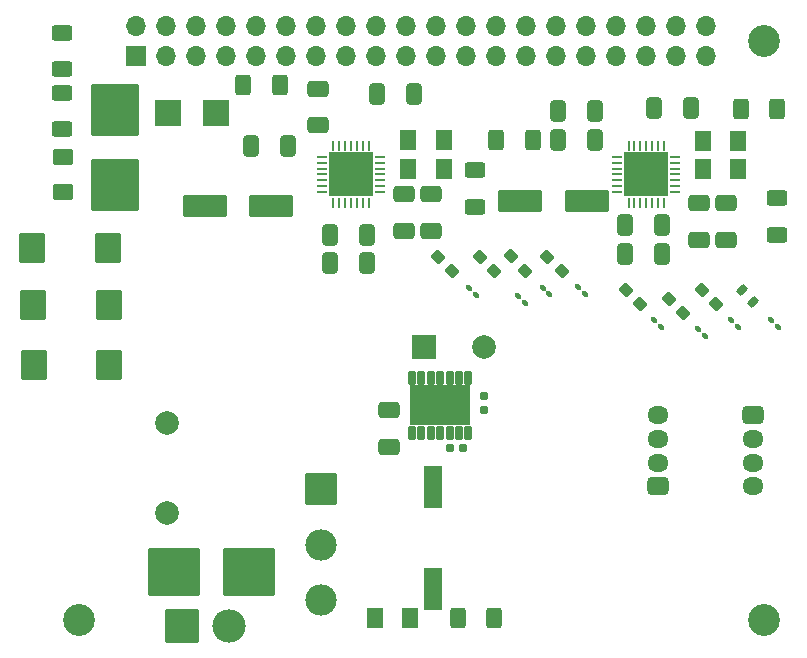
<source format=gts>
G04 #@! TF.GenerationSoftware,KiCad,Pcbnew,9.0.2*
G04 #@! TF.CreationDate,2025-10-25T21:31:50-05:00*
G04 #@! TF.ProjectId,telescope_driver,74656c65-7363-46f7-9065-5f6472697665,rev?*
G04 #@! TF.SameCoordinates,Original*
G04 #@! TF.FileFunction,Soldermask,Top*
G04 #@! TF.FilePolarity,Negative*
%FSLAX46Y46*%
G04 Gerber Fmt 4.6, Leading zero omitted, Abs format (unit mm)*
G04 Created by KiCad (PCBNEW 9.0.2) date 2025-10-25 21:31:50*
%MOMM*%
%LPD*%
G01*
G04 APERTURE LIST*
G04 Aperture macros list*
%AMRoundRect*
0 Rectangle with rounded corners*
0 $1 Rounding radius*
0 $2 $3 $4 $5 $6 $7 $8 $9 X,Y pos of 4 corners*
0 Add a 4 corners polygon primitive as box body*
4,1,4,$2,$3,$4,$5,$6,$7,$8,$9,$2,$3,0*
0 Add four circle primitives for the rounded corners*
1,1,$1+$1,$2,$3*
1,1,$1+$1,$4,$5*
1,1,$1+$1,$6,$7*
1,1,$1+$1,$8,$9*
0 Add four rect primitives between the rounded corners*
20,1,$1+$1,$2,$3,$4,$5,0*
20,1,$1+$1,$4,$5,$6,$7,0*
20,1,$1+$1,$6,$7,$8,$9,0*
20,1,$1+$1,$8,$9,$2,$3,0*%
G04 Aperture macros list end*
%ADD10RoundRect,0.312500X0.587500X-0.437500X0.587500X0.437500X-0.587500X0.437500X-0.587500X-0.437500X0*%
%ADD11O,1.800000X1.500000*%
%ADD12RoundRect,0.102000X0.228600X-0.508000X0.228600X0.508000X-0.228600X0.508000X-0.228600X-0.508000X0*%
%ADD13RoundRect,0.102000X2.476350X-1.575500X2.476350X1.575500X-2.476350X1.575500X-2.476350X-1.575500X0*%
%ADD14C,2.700000*%
%ADD15RoundRect,0.237500X-0.380070X0.044194X0.044194X-0.380070X0.380070X-0.044194X-0.044194X0.380070X0*%
%ADD16R,2.000000X2.000000*%
%ADD17C,2.000000*%
%ADD18RoundRect,0.155000X-0.212500X-0.155000X0.212500X-0.155000X0.212500X0.155000X-0.212500X0.155000X0*%
%ADD19RoundRect,0.250000X-0.412500X-0.650000X0.412500X-0.650000X0.412500X0.650000X-0.412500X0.650000X0*%
%ADD20RoundRect,0.250001X0.872499X1.044999X-0.872499X1.044999X-0.872499X-1.044999X0.872499X-1.044999X0*%
%ADD21RoundRect,0.250000X-0.650000X0.412500X-0.650000X-0.412500X0.650000X-0.412500X0.650000X0.412500X0*%
%ADD22RoundRect,0.155000X0.155000X-0.212500X0.155000X0.212500X-0.155000X0.212500X-0.155000X-0.212500X0*%
%ADD23RoundRect,0.100000X0.224506X-0.083085X-0.083085X0.224506X-0.224506X0.083085X0.083085X-0.224506X0*%
%ADD24RoundRect,0.250001X0.462499X0.624999X-0.462499X0.624999X-0.462499X-0.624999X0.462499X-0.624999X0*%
%ADD25RoundRect,0.250000X0.412500X0.650000X-0.412500X0.650000X-0.412500X-0.650000X0.412500X-0.650000X0*%
%ADD26RoundRect,0.250001X-0.624999X0.462499X-0.624999X-0.462499X0.624999X-0.462499X0.624999X0.462499X0*%
%ADD27RoundRect,0.102000X-1.225000X-1.225000X1.225000X-1.225000X1.225000X1.225000X-1.225000X1.225000X0*%
%ADD28C,2.654000*%
%ADD29RoundRect,0.250000X-0.625000X0.400000X-0.625000X-0.400000X0.625000X-0.400000X0.625000X0.400000X0*%
%ADD30RoundRect,0.312500X-0.587500X0.437500X-0.587500X-0.437500X0.587500X-0.437500X0.587500X0.437500X0*%
%ADD31RoundRect,0.250000X-0.400000X-0.625000X0.400000X-0.625000X0.400000X0.625000X-0.400000X0.625000X0*%
%ADD32RoundRect,0.062500X0.062500X-0.337500X0.062500X0.337500X-0.062500X0.337500X-0.062500X-0.337500X0*%
%ADD33RoundRect,0.062500X0.337500X-0.062500X0.337500X0.062500X-0.337500X0.062500X-0.337500X-0.062500X0*%
%ADD34R,3.700000X3.700000*%
%ADD35RoundRect,0.102000X-1.312500X-1.312500X1.312500X-1.312500X1.312500X1.312500X-1.312500X1.312500X0*%
%ADD36C,2.829000*%
%ADD37RoundRect,0.102000X-1.750000X-0.800000X1.750000X-0.800000X1.750000X0.800000X-1.750000X0.800000X0*%
%ADD38R,2.209800X2.260600*%
%ADD39RoundRect,0.168750X-0.335875X-0.097228X-0.097228X-0.335875X0.335875X0.097228X0.097228X0.335875X0*%
%ADD40R,1.498600X3.606800*%
%ADD41RoundRect,0.250000X0.650000X-0.412500X0.650000X0.412500X-0.650000X0.412500X-0.650000X-0.412500X0*%
%ADD42RoundRect,0.102000X-2.120900X-1.905000X2.120900X-1.905000X2.120900X1.905000X-2.120900X1.905000X0*%
%ADD43RoundRect,0.250000X0.400000X0.625000X-0.400000X0.625000X-0.400000X-0.625000X0.400000X-0.625000X0*%
%ADD44RoundRect,0.250000X0.625000X-0.400000X0.625000X0.400000X-0.625000X0.400000X-0.625000X-0.400000X0*%
%ADD45RoundRect,0.102000X-1.905000X2.120900X-1.905000X-2.120900X1.905000X-2.120900X1.905000X2.120900X0*%
%ADD46R,1.700000X1.700000*%
%ADD47O,1.700000X1.700000*%
G04 APERTURE END LIST*
D10*
X152550000Y-85200000D03*
D11*
X152550000Y-83200000D03*
X152550000Y-81200000D03*
X152550000Y-79200000D03*
D12*
X131724800Y-80673600D03*
X132512200Y-80673600D03*
X133325000Y-80673600D03*
X134112400Y-80673600D03*
X134899800Y-80673600D03*
X135712600Y-80673600D03*
X136500000Y-80673600D03*
X136500000Y-76000000D03*
X135712600Y-76000000D03*
X134899800Y-76000000D03*
X134112400Y-76000000D03*
X133325000Y-76000000D03*
X132512200Y-76000000D03*
X131724800Y-76000000D03*
D13*
X134112400Y-78336800D03*
D14*
X161500000Y-47500000D03*
D15*
X143190120Y-65790120D03*
X144409880Y-67009880D03*
D16*
X132710000Y-73450000D03*
D17*
X137790000Y-73450000D03*
X111000000Y-79850000D03*
X111000000Y-87470000D03*
D18*
X134932500Y-82000000D03*
X136067500Y-82000000D03*
D19*
X118125000Y-56350000D03*
X121250000Y-56350000D03*
D20*
X106000000Y-65050000D03*
X99585000Y-65050000D03*
D21*
X123800000Y-51525000D03*
X123800000Y-54650000D03*
D22*
X137800000Y-78735000D03*
X137800000Y-77600000D03*
D19*
X144107500Y-55860000D03*
X147232500Y-55860000D03*
D23*
X152788146Y-71688146D03*
X152211854Y-71111854D03*
D24*
X159337500Y-58380000D03*
X156362500Y-58380000D03*
D25*
X152852500Y-63090000D03*
X149727500Y-63090000D03*
D26*
X102150000Y-57300000D03*
X102150000Y-60275000D03*
D27*
X124000000Y-85450000D03*
D28*
X124000000Y-90150000D03*
X124000000Y-94850000D03*
D20*
X106100000Y-74900000D03*
X99685000Y-74900000D03*
D29*
X102100000Y-46800000D03*
X102100000Y-49900000D03*
D15*
X149840120Y-68590120D03*
X151059880Y-69809880D03*
D23*
X162684090Y-71684090D03*
X162107798Y-71107798D03*
D30*
X160550000Y-79200000D03*
D11*
X160550000Y-81200000D03*
X160550000Y-83200000D03*
X160550000Y-85200000D03*
D31*
X135600000Y-96350000D03*
X138700000Y-96350000D03*
D32*
X125050000Y-61250000D03*
X125550000Y-61250000D03*
X126050000Y-61250000D03*
X126550000Y-61250000D03*
X127050000Y-61250000D03*
X127550000Y-61250000D03*
X128050000Y-61250000D03*
D33*
X129000000Y-60300000D03*
X129000000Y-59800000D03*
X129000000Y-59300000D03*
X129000000Y-58800000D03*
X129000000Y-58300000D03*
X129000000Y-57800000D03*
X129000000Y-57300000D03*
D32*
X128050000Y-56350000D03*
X127550000Y-56350000D03*
X127050000Y-56350000D03*
X126550000Y-56350000D03*
X126050000Y-56350000D03*
X125550000Y-56350000D03*
X125050000Y-56350000D03*
D33*
X124100000Y-57300000D03*
X124100000Y-57800000D03*
X124100000Y-58300000D03*
X124100000Y-58800000D03*
X124100000Y-59300000D03*
X124100000Y-59800000D03*
X124100000Y-60300000D03*
D34*
X126550000Y-58800000D03*
D15*
X137440120Y-65790120D03*
X138659880Y-67009880D03*
D32*
X150050000Y-61250000D03*
X150550000Y-61250000D03*
X151050000Y-61250000D03*
X151550000Y-61250000D03*
X152050000Y-61250000D03*
X152550000Y-61250000D03*
X153050000Y-61250000D03*
D33*
X154000000Y-60300000D03*
X154000000Y-59800000D03*
X154000000Y-59300000D03*
X154000000Y-58800000D03*
X154000000Y-58300000D03*
X154000000Y-57800000D03*
X154000000Y-57300000D03*
D32*
X153050000Y-56350000D03*
X152550000Y-56350000D03*
X152050000Y-56350000D03*
X151550000Y-56350000D03*
X151050000Y-56350000D03*
X150550000Y-56350000D03*
X150050000Y-56350000D03*
D33*
X149100000Y-57300000D03*
X149100000Y-57800000D03*
X149100000Y-58300000D03*
X149100000Y-58800000D03*
X149100000Y-59300000D03*
X149100000Y-59800000D03*
X149100000Y-60300000D03*
D34*
X151550000Y-58800000D03*
D14*
X103500000Y-96500000D03*
D35*
X112270000Y-97000000D03*
D36*
X116230000Y-97000000D03*
D37*
X119750000Y-61450000D03*
X114150000Y-61450000D03*
D38*
X115144700Y-53600000D03*
X111055300Y-53600000D03*
D39*
X159621662Y-68621662D03*
X160558578Y-69558578D03*
D24*
X134387500Y-58350000D03*
X131412500Y-58350000D03*
D15*
X133880240Y-65780240D03*
X135100000Y-67000000D03*
D40*
X133500000Y-85250000D03*
X133500000Y-93860600D03*
D24*
X159355000Y-55940000D03*
X156380000Y-55940000D03*
D37*
X146500000Y-61050000D03*
X140900000Y-61050000D03*
D23*
X143350000Y-68950000D03*
X142773708Y-68373708D03*
D21*
X133300000Y-60487500D03*
X133300000Y-63612500D03*
D31*
X117450000Y-51200000D03*
X120550000Y-51200000D03*
D21*
X156000000Y-61187500D03*
X156000000Y-64312500D03*
D41*
X129750000Y-81862500D03*
X129750000Y-78737500D03*
D24*
X131537500Y-96350000D03*
X128562500Y-96350000D03*
D14*
X161500000Y-96500000D03*
D23*
X141300400Y-69672400D03*
X140724108Y-69096108D03*
D29*
X102110000Y-51877500D03*
X102110000Y-54977500D03*
D15*
X156230240Y-68580240D03*
X157450000Y-69800000D03*
D42*
X111562300Y-92500000D03*
X117937700Y-92500000D03*
D25*
X155322500Y-53170000D03*
X152197500Y-53170000D03*
D23*
X137138146Y-68988146D03*
X136561854Y-68411854D03*
D43*
X162662400Y-53264000D03*
X159562400Y-53264000D03*
D20*
X106057500Y-69850000D03*
X99642500Y-69850000D03*
D21*
X158310000Y-61187500D03*
X158310000Y-64312500D03*
D23*
X156523746Y-72449746D03*
X155947454Y-71873454D03*
X159288146Y-71688146D03*
X158711854Y-71111854D03*
D15*
X140090120Y-65740120D03*
X141309880Y-66959880D03*
D25*
X127912500Y-63900000D03*
X124787500Y-63900000D03*
D24*
X134387500Y-55900000D03*
X131412500Y-55900000D03*
D44*
X137084000Y-61519600D03*
X137084000Y-58419600D03*
D43*
X141950000Y-55850000D03*
X138850000Y-55850000D03*
D25*
X131875000Y-52000000D03*
X128750000Y-52000000D03*
D21*
X131000000Y-60487500D03*
X131000000Y-63612500D03*
D15*
X153475720Y-69341840D03*
X154695480Y-70561600D03*
D25*
X152852500Y-65500000D03*
X149727500Y-65500000D03*
D23*
X146388146Y-68938146D03*
X145811854Y-68361854D03*
D25*
X127912500Y-66300000D03*
X124787500Y-66300000D03*
D19*
X144087500Y-53400000D03*
X147212500Y-53400000D03*
D45*
X106600000Y-53312300D03*
X106600000Y-59687700D03*
D44*
X162636400Y-63907200D03*
X162636400Y-60807200D03*
D46*
X108370000Y-48770000D03*
D47*
X108370000Y-46230000D03*
X110910000Y-48770000D03*
X110910000Y-46230000D03*
X113450000Y-48770000D03*
X113450000Y-46230000D03*
X115990000Y-48770000D03*
X115990000Y-46230000D03*
X118530000Y-48770000D03*
X118530000Y-46230000D03*
X121070000Y-48770000D03*
X121070000Y-46230000D03*
X123610000Y-48770000D03*
X123610000Y-46230000D03*
X126150000Y-48770000D03*
X126150000Y-46230000D03*
X128690000Y-48770000D03*
X128690000Y-46230000D03*
X131230000Y-48770000D03*
X131230000Y-46230000D03*
X133770000Y-48770000D03*
X133770000Y-46230000D03*
X136310000Y-48770000D03*
X136310000Y-46230000D03*
X138850000Y-48770000D03*
X138850000Y-46230000D03*
X141390000Y-48770000D03*
X141390000Y-46230000D03*
X143930000Y-48770000D03*
X143930000Y-46230000D03*
X146470000Y-48770000D03*
X146470000Y-46230000D03*
X149010000Y-48770000D03*
X149010000Y-46230000D03*
X151550000Y-48770000D03*
X151550000Y-46230000D03*
X154090000Y-48770000D03*
X154090000Y-46230000D03*
X156630000Y-48770000D03*
X156630000Y-46230000D03*
M02*

</source>
